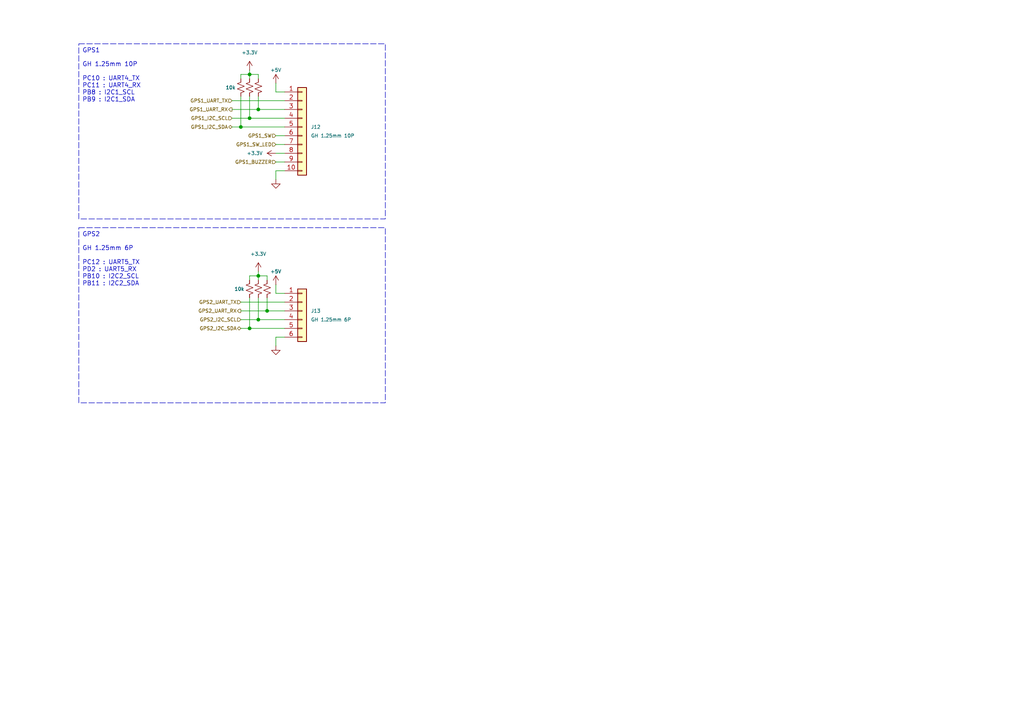
<source format=kicad_sch>
(kicad_sch (version 20231120) (generator "eeschema") (generator_version "8.0")
  (paper "A4")
  (title_block (title "GPS") (date "2025-01-03") (rev "A") (company "NARAE") (comment 1 "INHA Univ. Areo-modelling Club") (comment 2 "2024 Winter UAV Project "))
  (lib_symbols
    (symbol "+3.3V_3" (power) (pin_numbers hide) (pin_names (offset 0) hide)
      (property "Value" "+3.3V" (at 0 3.556 0))
      (symbol "+3.3V_3_0_1"
        (polyline (pts (xy -0.762 1.27) (xy 0 2.54)))
        (polyline (pts (xy 0 0) (xy 0 2.54)))
        (polyline (pts (xy 0 2.54) (xy 0.762 1.27)))
      )
      (symbol "+3.3V_3_1_1"
        (pin power_in line (at 0 0 90) (length 0) (name "~") (number "1"))
      )
    )
    (symbol "+3.3V_4" (power) (pin_numbers hide) (pin_names (offset 0) hide)
      (property "Value" "+3.3V" (at 0 3.556 0))
      (symbol "+3.3V_4_0_1"
        (polyline (pts (xy -0.762 1.27) (xy 0 2.54)))
        (polyline (pts (xy 0 0) (xy 0 2.54)))
        (polyline (pts (xy 0 2.54) (xy 0.762 1.27)))
      )
      (symbol "+3.3V_4_1_1"
        (pin power_in line (at 0 0 90) (length 0) (name "~") (number "1"))
      )
    )
    (symbol "+5V_1" (power) (pin_numbers hide) (pin_names (offset 0) hide)
      (property "Value" "+5V" (at 0 3.556 0))
      (symbol "+5V_1_0_1"
        (polyline (pts (xy -0.762 1.27) (xy 0 2.54)))
        (polyline (pts (xy 0 0) (xy 0 2.54)))
        (polyline (pts (xy 0 2.54) (xy 0.762 1.27)))
      )
      (symbol "+5V_1_1_1"
        (pin power_in line (at 0 0 90) (length 0) (name "~") (number "1"))
      )
    )
    (symbol "+5V_2" (power) (pin_numbers hide) (pin_names (offset 0) hide)
      (property "Value" "+5V" (at 0 3.556 0))
      (symbol "+5V_2_0_1"
        (polyline (pts (xy -0.762 1.27) (xy 0 2.54)))
        (polyline (pts (xy 0 0) (xy 0 2.54)))
        (polyline (pts (xy 0 2.54) (xy 0.762 1.27)))
      )
      (symbol "+5V_2_1_1"
        (pin power_in line (at 0 0 90) (length 0) (name "~") (number "1"))
      )
    )
    (symbol "Connector_Generic:Conn_01x06" (pin_names (offset 1.016) hide)
      (property "Reference" "J" (at 0 7.62 0))
      (property "Value" "Conn_01x06" (at 0 -10.16 0))
      (symbol "Conn_01x06_1_1"
        (rectangle (start -1.27 -7.493) (end 0 -7.747) (stroke (width 0.1524)))
        (rectangle (start -1.27 -4.953) (end 0 -5.207) (stroke (width 0.1524)))
        (rectangle (start -1.27 -2.413) (end 0 -2.667) (stroke (width 0.1524)))
        (rectangle (start -1.27 0.127) (end 0 -0.127) (stroke (width 0.1524)))
        (rectangle (start -1.27 2.667) (end 0 2.413) (stroke (width 0.1524)))
        (rectangle (start -1.27 5.207) (end 0 4.953) (stroke (width 0.1524)))
        (rectangle (start -1.27 6.35) (end 1.27 -8.89) (stroke (width 0.254)) (fill (type background)))
        (pin passive line (at -5.08 5.08 0) (length 3.81) (name "Pin_1") (number "1"))
        (pin passive line (at -5.08 2.54 0) (length 3.81) (name "Pin_2") (number "2"))
        (pin passive line (at -5.08 0 0) (length 3.81) (name "Pin_3") (number "3"))
        (pin passive line (at -5.08 -2.54 0) (length 3.81) (name "Pin_4") (number "4"))
        (pin passive line (at -5.08 -5.08 0) (length 3.81) (name "Pin_5") (number "5"))
        (pin passive line (at -5.08 -7.62 0) (length 3.81) (name "Pin_6") (number "6"))
      )
    )
    (symbol "Connector_Generic:Conn_01x10" (pin_names (offset 1.016) hide)
      (property "Reference" "J" (at 0 12.7 0))
      (property "Value" "Conn_01x10" (at 0 -15.24 0))
      (symbol "Conn_01x10_1_1"
        (rectangle (start -1.27 -12.573) (end 0 -12.827) (stroke (width 0.1524)))
        (rectangle (start -1.27 -10.033) (end 0 -10.287) (stroke (width 0.1524)))
        (rectangle (start -1.27 -7.493) (end 0 -7.747) (stroke (width 0.1524)))
        (rectangle (start -1.27 -4.953) (end 0 -5.207) (stroke (width 0.1524)))
        (rectangle (start -1.27 -2.413) (end 0 -2.667) (stroke (width 0.1524)))
        (rectangle (start -1.27 0.127) (end 0 -0.127) (stroke (width 0.1524)))
        (rectangle (start -1.27 2.667) (end 0 2.413) (stroke (width 0.1524)))
        (rectangle (start -1.27 5.207) (end 0 4.953) (stroke (width 0.1524)))
        (rectangle (start -1.27 7.747) (end 0 7.493) (stroke (width 0.1524)))
        (rectangle (start -1.27 10.287) (end 0 10.033) (stroke (width 0.1524)))
        (rectangle (start -1.27 11.43) (end 1.27 -13.97) (stroke (width 0.254)) (fill (type background)))
        (pin passive line (at -5.08 10.16 0) (length 3.81) (name "Pin_1") (number "1"))
        (pin passive line (at -5.08 -12.7 0) (length 3.81) (name "Pin_10") (number "10"))
        (pin passive line (at -5.08 7.62 0) (length 3.81) (name "Pin_2") (number "2"))
        (pin passive line (at -5.08 5.08 0) (length 3.81) (name "Pin_3") (number "3"))
        (pin passive line (at -5.08 2.54 0) (length 3.81) (name "Pin_4") (number "4"))
        (pin passive line (at -5.08 0 0) (length 3.81) (name "Pin_5") (number "5"))
        (pin passive line (at -5.08 -2.54 0) (length 3.81) (name "Pin_6") (number "6"))
        (pin passive line (at -5.08 -5.08 0) (length 3.81) (name "Pin_7") (number "7"))
        (pin passive line (at -5.08 -7.62 0) (length 3.81) (name "Pin_8") (number "8"))
        (pin passive line (at -5.08 -10.16 0) (length 3.81) (name "Pin_9") (number "9"))
      )
    )
    (symbol "Device:R_Small_US" (pin_numbers hide) (pin_names (offset 0.254) hide)
      (property "Reference" "R" (at 0.762 0.508 0))
      (property "Value" "R_Small_US" (at 0.762 -1.016 0))
      (symbol "R_Small_US_1_1"
        (polyline (pts (xy 0 0) (xy 1.016 -0.381) (xy 0 -0.762) (xy -1.016 -1.143) (xy 0 -1.524)))
        (polyline (pts (xy 0 1.524) (xy 1.016 1.143) (xy 0 0.762) (xy -1.016 0.381) (xy 0 0)))
        (pin passive line (at 0 2.54 270) (length 1.016) (name "~") (number "1"))
        (pin passive line (at 0 -2.54 90) (length 1.016) (name "~") (number "2"))
      )
    )
    (symbol "GND_2" (power) (pin_numbers hide) (pin_names (offset 0) hide)
      (property "Value" "GND" (at 0 -3.81 0))
      (symbol "GND_2_0_1"
        (polyline (pts (xy 0 0) (xy 0 -1.27) (xy 1.27 -1.27) (xy 0 -2.54) (xy -1.27 -1.27) (xy 0 -1.27)))
      )
      (symbol "GND_2_1_1"
        (pin power_in line (at 0 0 270) (length 0) (name "~") (number "1"))
      )
    )
    (symbol "power:+3.3V" (power) (pin_numbers hide) (pin_names (offset 0) hide)
      (property "Value" "+3.3V" (at 0 3.556 0))
      (symbol "+3.3V_0_1"
        (polyline (pts (xy -0.762 1.27) (xy 0 2.54)))
        (polyline (pts (xy 0 0) (xy 0 2.54)))
        (polyline (pts (xy 0 2.54) (xy 0.762 1.27)))
      )
      (symbol "+3.3V_1_1"
        (pin power_in line (at 0 0 90) (length 0) (name "~") (number "1"))
      )
    )
    (symbol "power:GND" (power) (pin_numbers hide) (pin_names (offset 0) hide)
      (property "Value" "GND" (at 0 -3.81 0))
      (symbol "GND_0_1"
        (polyline (pts (xy 0 0) (xy 0 -1.27) (xy 1.27 -1.27) (xy 0 -2.54) (xy -1.27 -1.27) (xy 0 -1.27)))
      )
      (symbol "GND_1_1"
        (pin power_in line (at 0 0 270) (length 0) (name "~") (number "1"))
      )
    )
  )
  (junction (at 77.47 90.17))
  (junction (at 74.93 92.71))
  (junction (at 74.93 80.01))
  (junction (at 74.93 31.75))
  (junction (at 72.39 21.59))
  (junction (at 72.39 34.29))
  (junction (at 72.39 95.25))
  (junction (at 69.85 36.83))
  (wire (pts (xy 72.39 27.94) (xy 72.39 34.29)))
  (wire (pts (xy 80.01 46.99) (xy 82.55 46.99)))
  (wire (pts (xy 80.01 97.79) (xy 80.01 100.33)))
  (wire (pts (xy 72.39 80.01) (xy 74.93 80.01)))
  (wire (pts (xy 67.31 36.83) (xy 69.85 36.83)))
  (wire (pts (xy 74.93 31.75) (xy 82.55 31.75)))
  (wire (pts (xy 80.01 82.55) (xy 80.01 85.09)))
  (wire (pts (xy 77.47 90.17) (xy 82.55 90.17)))
  (wire (pts (xy 67.31 29.21) (xy 82.55 29.21)))
  (wire (pts (xy 74.93 78.74) (xy 74.93 80.01)))
  (wire (pts (xy 69.85 22.86) (xy 69.85 21.59)))
  (wire (pts (xy 77.47 80.01) (xy 77.47 81.28)))
  (wire (pts (xy 80.01 85.09) (xy 82.55 85.09)))
  (wire (pts (xy 69.85 90.17) (xy 77.47 90.17)))
  (wire (pts (xy 80.01 41.91) (xy 82.55 41.91)))
  (wire (pts (xy 74.93 80.01) (xy 77.47 80.01)))
  (wire (pts (xy 74.93 21.59) (xy 74.93 22.86)))
  (wire (pts (xy 74.93 92.71) (xy 82.55 92.71)))
  (wire (pts (xy 69.85 36.83) (xy 82.55 36.83)))
  (wire (pts (xy 72.39 95.25) (xy 82.55 95.25)))
  (wire (pts (xy 67.31 34.29) (xy 72.39 34.29)))
  (wire (pts (xy 72.39 21.59) (xy 74.93 21.59)))
  (wire (pts (xy 80.01 49.53) (xy 80.01 52.07)))
  (wire (pts (xy 72.39 34.29) (xy 82.55 34.29)))
  (wire (pts (xy 69.85 21.59) (xy 72.39 21.59)))
  (wire (pts (xy 69.85 92.71) (xy 74.93 92.71)))
  (wire (pts (xy 80.01 24.13) (xy 80.01 26.67)))
  (wire (pts (xy 72.39 21.59) (xy 72.39 22.86)))
  (wire (pts (xy 69.85 87.63) (xy 82.55 87.63)))
  (wire (pts (xy 82.55 49.53) (xy 80.01 49.53)))
  (wire (pts (xy 74.93 27.94) (xy 74.93 31.75)))
  (wire (pts (xy 74.93 80.01) (xy 74.93 81.28)))
  (wire (pts (xy 80.01 26.67) (xy 82.55 26.67)))
  (wire (pts (xy 82.55 97.79) (xy 80.01 97.79)))
  (wire (pts (xy 80.01 39.37) (xy 82.55 39.37)))
  (wire (pts (xy 72.39 86.36) (xy 72.39 95.25)))
  (wire (pts (xy 77.47 86.36) (xy 77.47 90.17)))
  (wire (pts (xy 69.85 27.94) (xy 69.85 36.83)))
  (wire (pts (xy 72.39 81.28) (xy 72.39 80.01)))
  (wire (pts (xy 67.31 31.75) (xy 74.93 31.75)))
  (wire (pts (xy 80.01 44.45) (xy 82.55 44.45)))
  (wire (pts (xy 74.93 86.36) (xy 74.93 92.71)))
  (wire (pts (xy 72.39 20.32) (xy 72.39 21.59)))
  (wire (pts (xy 69.85 95.25) (xy 72.39 95.25)))
  (rectangle (start 22.86 12.7) (end 111.76 63.5) (stroke (width 0) (type dash)))
  (rectangle (start 22.86 66.04) (end 111.76 116.84) (stroke (width 0) (type dash)))
  (text "GH 1.25mm 10P\n\nPC10 : UART4_TX\nPC11 : UART4_RX\nPB8 : I2C1_SCL\nPB9 : I2C1_SDA" (at 23.876 18.034 0) (effects (font (size 1.27 1.27)) (justify left top)))
  (text "GH 1.25mm 6P\n\nPC12 : UART5_TX\nPD2 : UART5_RX\nPB10 : I2C2_SCL\nPB11 : I2C2_SDA" (at 23.876 71.374 0) (effects (font (size 1.27 1.27)) (justify left top)))
  (text "GPS2" (at 23.876 68.834 0) (effects (font (size 1.27 1.27)) (justify left bottom)))
  (text "GPS1" (at 23.876 15.494 0) (effects (font (size 1.27 1.27)) (justify left bottom)))
  (hierarchical_label "GPS1_I2C_SCL" (shape input) (at 67.31 34.29 180) (effects (font (size 1 1))))
  (hierarchical_label "GPS2_I2C_SDA" (shape bidirectional) (at 69.85 95.25 180) (effects (font (size 1 1))))
  (hierarchical_label "GPS1_SW" (shape input) (at 80.01 39.37 180) (effects (font (size 1 1))))
  (hierarchical_label "GPS1_SW_LED" (shape input) (at 80.01 41.91 180) (effects (font (size 1 1))))
  (hierarchical_label "GPS1_UART_TX" (shape input) (at 67.31 29.21 180) (effects (font (size 1 1))))
  (hierarchical_label "GPS1_UART_RX" (shape output) (at 67.31 31.75 180) (effects (font (size 1 1))))
  (hierarchical_label "GPS1_I2C_SDA" (shape bidirectional) (at 67.31 36.83 180) (effects (font (size 1 1))))
  (hierarchical_label "GPS2_I2C_SCL" (shape input) (at 69.85 92.71 180) (effects (font (size 1 1))))
  (hierarchical_label "GPS1_BUZZER" (shape input) (at 80.01 46.99 180) (effects (font (size 1 1))))
  (hierarchical_label "GPS2_UART_TX" (shape input) (at 69.85 87.63 180) (effects (font (size 1 1))))
  (hierarchical_label "GPS2_UART_RX" (shape output) (at 69.85 90.17 180) (effects (font (size 1 1))))
  (symbol (lib_id "Device:R_Small_US") (at 77.47 83.82 0) (mirror y) (unit 1)
    (property "Reference" "R27" (effects (hide yes)))
    (property "Value" "10k" (at 70.866 83.82 0) (effects (font (size 1 1)) (justify left)))
    (property "Footprint" "Resistor_SMD:R_0402_1005Metric" (effects (hide yes)))
    (property "Description" "Resistor, small US symbol" (effects (hide yes)))
  )
  (symbol (lib_name "GND_2") (lib_id "power:GND") (at 80.01 100.33 0) (unit 1)
    (property "Reference" "#PWR092" (effects (hide yes)))
    (property "Value" "GND" (effects (hide yes)))
    (property "Description" "Power symbol creates a global label with name \"GND\" , ground" (effects (hide yes)))
  )
  (symbol (lib_id "power:GND") (at 80.01 52.07 0) (unit 1)
    (property "Reference" "#PWR089" (effects (hide yes)))
    (property "Value" "GND" (effects (hide yes)))
    (property "Description" "Power symbol creates a global label with name \"GND\" , ground" (effects (hide yes)))
  )
  (symbol (lib_id "Device:R_Small_US") (at 69.85 25.4 0) (mirror y) (unit 1)
    (property "Reference" "R22" (effects (hide yes)))
    (property "Value" "10k" (effects (hide yes)))
    (property "Footprint" "Resistor_SMD:R_0402_1005Metric" (effects (hide yes)))
    (property "Description" "Resistor, small US symbol" (effects (hide yes)))
  )
  (symbol (lib_id "power:+3.3V") (at 80.01 44.45 90) (unit 1)
    (property "Reference" "#PWR088" (effects (hide yes)))
    (property "Value" "+3.3V" (at 76.2 44.4499 90) (effects (font (size 1 1)) (justify left)))
    (property "Description" "Power symbol creates a global label with name \"+3.3V\"" (effects (hide yes)))
  )
  (symbol (lib_name "+3.3V_3") (lib_id "power:+3.3V") (at 72.39 20.32 0) (unit 1)
    (property "Reference" "#PWR086" (effects (hide yes)))
    (property "Value" "+3.3V" (at 72.39 15.24 0) (effects (font (size 1 1))))
    (property "Description" "Power symbol creates a global label with name \"+3.3V\"" (effects (hide yes)))
  )
  (symbol (lib_id "Connector_Generic:Conn_01x10") (at 87.63 36.83 0) (unit 1)
    (property "Reference" "J12" (at 90.17 36.83 0) (effects (font (size 1 1)) (justify left)))
    (property "Value" "GH 1.25mm 10P" (at 90.17 39.37 0) (effects (font (size 1 1)) (justify left)))
    (property "Footprint" "JST_GH:JST_GH_BM10B-GHS-TBT_10" (effects (hide yes)))
    (property "Description" "Generic connector, single row, 01x10, script generated (kicad-library-utils/schlib/autogen/connector/)" (effects (hide yes)))
  )
  (symbol (lib_id "Device:R_Small_US") (at 72.39 25.4 0) (mirror y) (unit 1)
    (property "Reference" "R23" (effects (hide yes)))
    (property "Value" "10k" (effects (hide yes)))
    (property "Footprint" "Resistor_SMD:R_0402_1005Metric" (effects (hide yes)))
    (property "Description" "Resistor, small US symbol" (effects (hide yes)))
  )
  (symbol (lib_id "Connector_Generic:Conn_01x06") (at 87.63 90.17 0) (unit 1)
    (property "Reference" "J13" (at 90.17 90.17 0) (effects (font (size 1 1)) (justify left)))
    (property "Value" "GH 1.25mm 6P" (at 90.17 92.71 0) (effects (font (size 1 1)) (justify left)))
    (property "Footprint" "JST_GH:JST_GH_BM06B-GHS-TBT_06" (effects (hide yes)))
    (property "Description" "Generic connector, single row, 01x06, script generated (kicad-library-utils/schlib/autogen/connector/)" (effects (hide yes)))
  )
  (symbol (lib_name "+5V_1") (lib_id "power:+5V") (at 80.01 82.55 0) (unit 1)
    (property "Reference" "#PWR091" (effects (hide yes)))
    (property "Value" "+5V" (at 80.01 78.74 0) (effects (font (size 1 1))))
    (property "Description" "Power symbol creates a global label with name \"+5V\"" (effects (hide yes)))
  )
  (symbol (lib_name "+5V_2") (lib_id "power:+5V") (at 80.01 24.13 0) (unit 1)
    (property "Reference" "#PWR087" (effects (hide yes)))
    (property "Value" "+5V" (at 80.01 20.32 0) (effects (font (size 1 1))))
    (property "Description" "Power symbol creates a global label with name \"+5V\"" (effects (hide yes)))
  )
  (symbol (lib_name "+3.3V_4") (lib_id "power:+3.3V") (at 74.93 78.74 0) (unit 1)
    (property "Reference" "#PWR090" (effects (hide yes)))
    (property "Value" "+3.3V" (at 74.93 73.66 0) (effects (font (size 1 1))))
    (property "Description" "Power symbol creates a global label with name \"+3.3V\"" (effects (hide yes)))
  )
  (symbol (lib_id "Device:R_Small_US") (at 74.93 25.4 0) (mirror y) (unit 1)
    (property "Reference" "R24" (effects (hide yes)))
    (property "Value" "10k" (at 68.326 25.4 0) (effects (font (size 1 1)) (justify left)))
    (property "Footprint" "Resistor_SMD:R_0402_1005Metric" (effects (hide yes)))
    (property "Description" "Resistor, small US symbol" (effects (hide yes)))
  )
  (symbol (lib_id "Device:R_Small_US") (at 74.93 83.82 0) (mirror y) (unit 1)
    (property "Reference" "R26" (effects (hide yes)))
    (property "Value" "10k" (effects (hide yes)))
    (property "Footprint" "Resistor_SMD:R_0402_1005Metric" (effects (hide yes)))
    (property "Description" "Resistor, small US symbol" (effects (hide yes)))
  )
  (symbol (lib_id "Device:R_Small_US") (at 72.39 83.82 0) (mirror y) (unit 1)
    (property "Reference" "R25" (effects (hide yes)))
    (property "Value" "10k" (effects (hide yes)))
    (property "Footprint" "Resistor_SMD:R_0402_1005Metric" (effects (hide yes)))
    (property "Description" "Resistor, small US symbol" (effects (hide yes)))
  )
)
</source>
